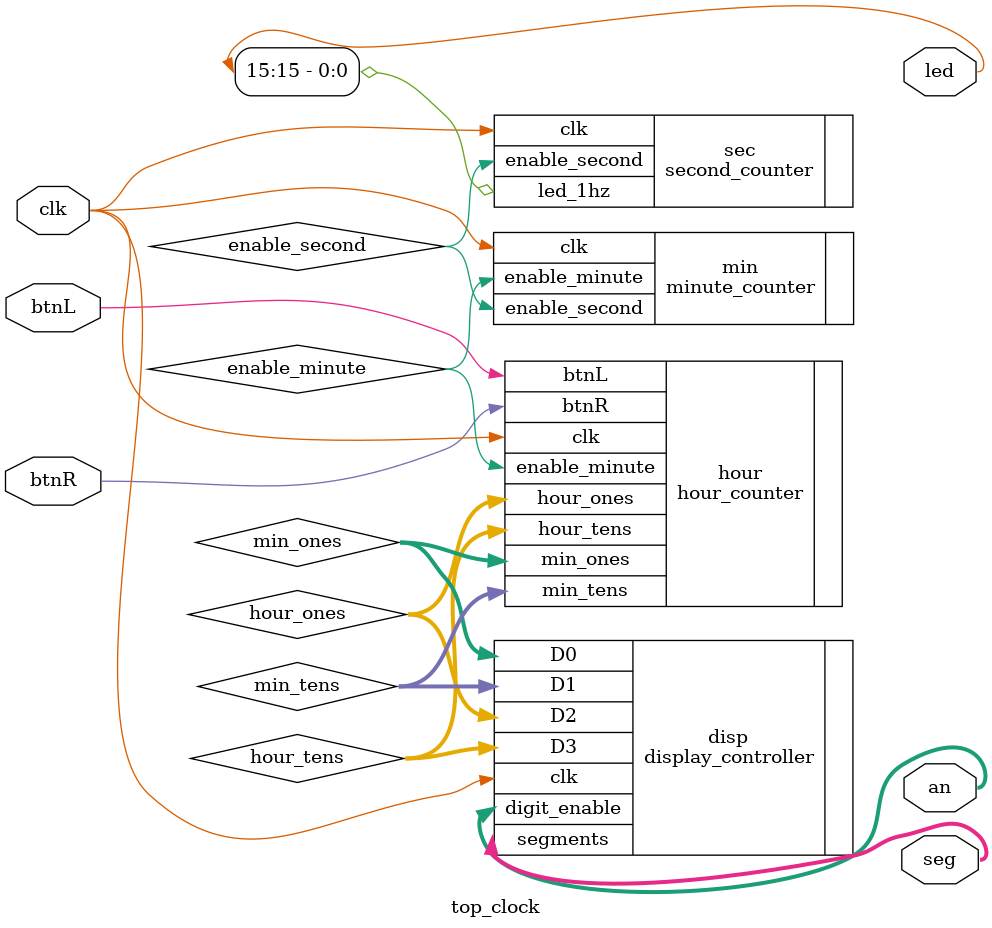
<source format=v>
`timescale 1ns / 1ps


module top_clock(
    // inputs
    input clk,          // clock
    input btnL,         // left button
    input btnR,         // right button
    
    // outputs
    output [6:0] seg,   // segments
    output [3:0] an,    // anodes
    output [15:0] led   // leds
);

wire enable_second, enable_minute;        // wires for seconds and minutes enables
wire [3:0] min_ones, min_tens, hour_ones; // wires for minutes ones, tens and hours ones place
wire [1:0] hour_tens;                     // wire for hours ones place

// inititalize the second, minute, and hour counters
second_counter sec (.clk(clk), .enable_second(enable_second), .led_1hz(led[15]));
minute_counter min (.clk(clk), .enable_second(enable_second), .enable_minute(enable_minute));
hour_counter hour (.clk(clk), .enable_minute(enable_minute), .btnL(btnL), .btnR(btnR),
                  .min_ones(min_ones), .min_tens(min_tens), .hour_ones(hour_ones), .hour_tens(hour_tens));

// display controller
display_controller disp (.clk(clk), .D0(min_ones), .D1(min_tens), .D2(hour_ones), .D3(hour_tens), .segments(seg), .digit_enable(an));

endmodule




</source>
